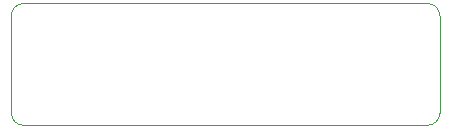
<source format=gbr>
%FSLAX34Y34*%
%MOMM*%
%LNCOPPER_BOTTOM*%
G71*
G01*
%ADD10C, 0.100*%
%LPD*%
G54D10*
X794Y-11112D02*
X794Y-93662D01*
G54D10*
X363538Y-93662D02*
X363538Y-11112D01*
G54D10*
G75*
G01X11113Y-793D02*
G03X794Y-11112I0J-10319D01*
G01*
G54D10*
G75*
G01X363538Y-11112D02*
G03X353219Y-794I-10319J0D01*
G01*
G54D10*
G75*
G01X353219Y-103982D02*
G03X363538Y-93662I0J10320D01*
G01*
G54D10*
G75*
G01X794Y-93662D02*
G03X11112Y-103982I10318J0D01*
G01*
G54D10*
X353219Y-103982D02*
X11112Y-103982D01*
G54D10*
X11113Y-793D02*
X353219Y-794D01*
M02*

</source>
